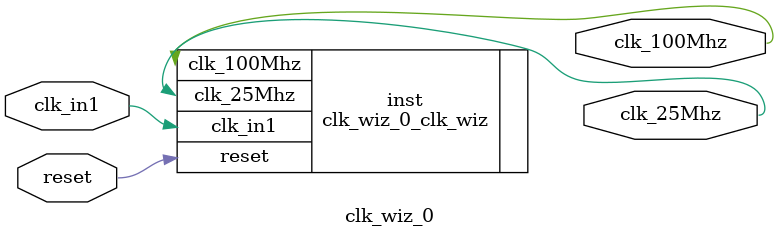
<source format=v>


`timescale 1ps/1ps

(* CORE_GENERATION_INFO = "clk_wiz_0,clk_wiz_v6_0_6_0_0,{component_name=clk_wiz_0,use_phase_alignment=true,use_min_o_jitter=false,use_max_i_jitter=false,use_dyn_phase_shift=false,use_inclk_switchover=false,use_dyn_reconfig=false,enable_axi=0,feedback_source=FDBK_AUTO,PRIMITIVE=MMCM,num_out_clk=2,clkin1_period=10.000,clkin2_period=10.000,use_power_down=false,use_reset=true,use_locked=false,use_inclk_stopped=false,feedback_type=SINGLE,CLOCK_MGR_TYPE=NA,manual_override=false}" *)

module clk_wiz_0 
 (
  // Clock out ports
  output        clk_100Mhz,
  output        clk_25Mhz,
  // Status and control signals
  input         reset,
 // Clock in ports
  input         clk_in1
 );

  clk_wiz_0_clk_wiz inst
  (
  // Clock out ports  
  .clk_100Mhz(clk_100Mhz),
  .clk_25Mhz(clk_25Mhz),
  // Status and control signals               
  .reset(reset), 
 // Clock in ports
  .clk_in1(clk_in1)
  );

endmodule

</source>
